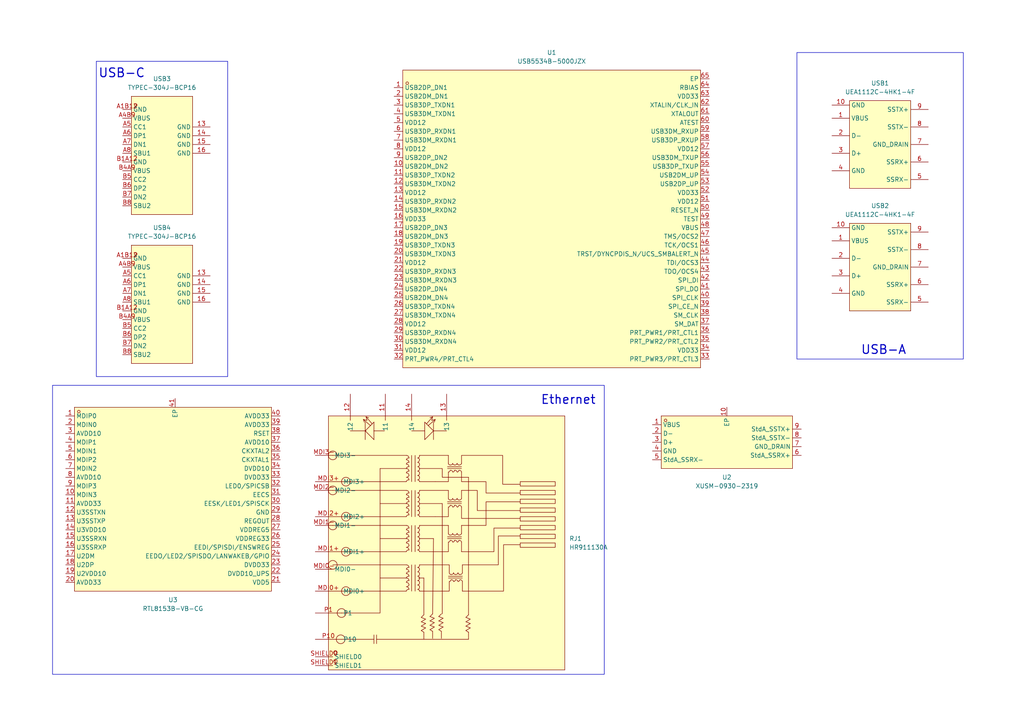
<source format=kicad_sch>
(kicad_sch (version 20231120) (generator "eeschema") (generator_version "8.0")
  (paper "A4")
  (lib_symbols
    (symbol "easyeda2kicad:HR911130A"
      (property "Reference" "RJ" (at 0 44.45 0))
      (property "Value" "HR911130A" (at 0 -44.45 0))
      (symbol "HR911130A_0_1"
        (rectangle (start -29.21 33.02) (end 39.37 -40.64) (fill (type background)))
        (circle (center -27.94 -10.16) (radius 1.27))
        (circle (center -27.94 1.27) (radius 1.27))
        (circle (center -27.94 11.43) (radius 1.27))
        (circle (center -27.94 21.59) (radius 1.27))
        (circle (center -27.18 -38.1) (radius 0.51))
        (circle (center -27.18 -35.56) (radius 0.51))
        (circle (center -25.65 -31.75) (radius 1.27))
        (circle (center -25.4 -24.13) (radius 1.27))
        (circle (center -24.13 -17.78) (radius 1.27))
        (circle (center -24.13 -6.35) (radius 1.27))
        (circle (center -24.13 3.81) (radius 1.27))
        (circle (center -24.13 13.97) (radius 1.27))
        (arc (start -6.6 -16.51) (mid -6.52 -16.5) (end -5.84 -16))
        (arc (start -6.6 -5.08) (mid -6.52 -5.07) (end -5.84 -4.57))
        (arc (start -6.6 5.08) (mid -6.52 5.09) (end -5.84 5.59))
        (arc (start -6.6 15.24) (mid -6.52 15.25) (end -5.84 15.75))
        (arc (start -5.84 -17.27) (mid -6.3259 -17.3672) (end -6.6 -17.78))
        (arc (start -5.84 -17.27) (mid -6.2 -16.62) (end -6.6 -16.51))
        (arc (start -5.84 -16) (mid -6.2 -15.35) (end -6.6 -15.24))
        (arc (start -5.84 -14.73) (mid -6.3259 -14.8272) (end -6.6 -15.24))
        (arc (start -5.84 -14.73) (mid -6.2 -14.08) (end -6.6 -13.97))
        (arc (start -5.84 -13.46) (mid -6.3259 -13.5572) (end -6.6 -13.97))
        (arc (start -5.84 -13.46) (mid -6.2 -12.81) (end -6.6 -12.7))
        (arc (start -5.84 -12.19) (mid -6.3259 -12.2872) (end -6.6 -12.7))
        (arc (start -5.84 -12.19) (mid -6.2 -11.54) (end -6.6 -11.43))
        (arc (start -5.84 -10.92) (mid -6.3259 -11.0172) (end -6.6 -11.43))
        (arc (start -5.84 -10.92) (mid -6.2 -10.27) (end -6.6 -10.16))
        (arc (start -5.84 -5.84) (mid -6.3259 -5.9372) (end -6.6 -6.35))
        (arc (start -5.84 -5.84) (mid -6.2 -5.19) (end -6.6 -5.08))
        (arc (start -5.84 -4.57) (mid -6.2 -3.92) (end -6.6 -3.81))
        (arc (start -5.84 -3.3) (mid -6.3259 -3.3972) (end -6.6 -3.81))
        (arc (start -5.84 -3.3) (mid -6.2 -2.65) (end -6.6 -2.54))
        (arc (start -5.84 -2.03) (mid -6.3259 -2.1272) (end -6.6 -2.54))
        (arc (start -5.84 -2.03) (mid -6.2 -1.38) (end -6.6 -1.27))
        (arc (start -5.84 -0.76) (mid -6.3259 -0.8572) (end -6.6 -1.27))
        (arc (start -5.84 -0.76) (mid -6.2 -0.11) (end -6.6 0))
        (arc (start -5.84 0.51) (mid -6.3259 0.4128) (end -6.6 0))
        (arc (start -5.84 0.51) (mid -6.2 1.16) (end -6.6 1.27))
        (arc (start -5.84 4.32) (mid -6.3259 4.2228) (end -6.6 3.81))
        (arc (start -5.84 4.32) (mid -6.2 4.97) (end -6.6 5.08))
        (arc (start -5.84 5.59) (mid -6.2 6.24) (end -6.6 6.35))
        (arc (start -5.84 6.86) (mid -6.3259 6.7628) (end -6.6 6.35))
        (arc (start -5.84 6.86) (mid -6.2 7.51) (end -6.6 7.62))
        (arc (start -5.84 8.13) (mid -6.3259 8.0328) (end -6.6 7.62))
        (arc (start -5.84 8.13) (mid -6.2 8.78) (end -6.6 8.89))
        (arc (start -5.84 9.4) (mid -6.3259 9.3028) (end -6.6 8.89))
        (arc (start -5.84 9.4) (mid -6.2 10.05) (end -6.6 10.16))
        (arc (start -5.84 10.67) (mid -6.3259 10.5728) (end -6.6 10.16))
        (arc (start -5.84 10.67) (mid -6.2 11.32) (end -6.6 11.43))
        (arc (start -5.84 14.48) (mid -6.3259 14.3828) (end -6.6 13.97))
        (arc (start -5.84 14.48) (mid -6.2 15.13) (end -6.6 15.24))
        (arc (start -5.84 15.75) (mid -6.2 16.4) (end -6.6 16.51))
        (arc (start -5.84 17.02) (mid -6.3259 16.9228) (end -6.6 16.51))
        (arc (start -5.84 17.02) (mid -6.2 17.67) (end -6.6 17.78))
        (arc (start -5.84 18.29) (mid -6.3259 18.1928) (end -6.6 17.78))
        (arc (start -5.84 18.29) (mid -6.2 18.94) (end -6.6 19.05))
        (arc (start -5.84 19.56) (mid -6.3259 19.4628) (end -6.6 19.05))
        (arc (start -5.84 19.56) (mid -6.2 20.21) (end -6.6 20.32))
        (arc (start -5.84 20.83) (mid -6.3259 20.7328) (end -6.6 20.32))
        (arc (start -5.84 20.83) (mid -6.2 21.48) (end -6.6 21.59))
        (arc (start -3.3 -17.27) (mid -2.8867 -16.9962) (end -2.79 -16.51))
        (arc (start -3.3 -16) (mid -2.8867 -15.7262) (end -2.79 -15.24))
        (arc (start -3.3 -14.73) (mid -2.8867 -14.4562) (end -2.79 -13.97))
        (arc (start -3.3 -13.46) (mid -2.8867 -13.1862) (end -2.79 -12.7))
        (arc (start -3.3 -12.19) (mid -2.9428 -11.8786) (end -2.79 -11.43))
        (arc (start -3.3 -10.92) (mid -2.8867 -10.6462) (end -2.79 -10.16))
        (arc (start -3.3 -5.84) (mid -2.8867 -5.5662) (end -2.79 -5.08))
        (arc (start -3.3 -4.57) (mid -2.8867 -4.2962) (end -2.79 -3.81))
        (arc (start -3.3 -3.3) (mid -2.8867 -3.0262) (end -2.79 -2.54))
        (arc (start -3.3 -2.03) (mid -2.8867 -1.7562) (end -2.79 -1.27))
        (arc (start -3.3 -0.76) (mid -2.9428 -0.4486) (end -2.79 0))
        (arc (start -3.3 0.51) (mid -2.8868 0.7838) (end -2.79 1.27))
        (arc (start -3.3 4.32) (mid -2.8868 4.5938) (end -2.79 5.08))
        (arc (start -3.3 5.59) (mid -2.8868 5.8638) (end -2.79 6.35))
        (arc (start -3.3 6.86) (mid -2.8868 7.1338) (end -2.79 7.62))
        (arc (start -3.3 8.13) (mid -2.8868 8.4038) (end -2.79 8.89))
        (arc (start -3.3 9.4) (mid -2.9428 9.7114) (end -2.79 10.16))
        (arc (start -3.3 10.67) (mid -2.8868 10.9438) (end -2.79 11.43))
        (arc (start -3.3 14.48) (mid -2.8868 14.7538) (end -2.79 15.24))
        (arc (start -3.3 15.75) (mid -2.8868 16.0238) (end -2.79 16.51))
        (arc (start -3.3 17.02) (mid -2.8868 17.2938) (end -2.79 17.78))
        (arc (start -3.3 18.29) (mid -2.8868 18.5638) (end -2.79 19.05))
        (arc (start -3.3 19.56) (mid -2.9428 19.8714) (end -2.79 20.32))
        (arc (start -3.3 20.83) (mid -2.8868 21.1038) (end -2.79 21.59))
        (arc (start -2.79 -17.78) (mid -2.9384 -17.4184) (end -3.3 -17.27))
        (arc (start -2.79 -16.51) (mid -2.9384 -16.1484) (end -3.3 -16))
        (arc (start -2.79 -15.24) (mid -2.9384 -14.8784) (end -3.3 -14.73))
        (arc (start -2.79 -13.97) (mid -2.9384 -13.6084) (end -3.3 -13.46))
        (arc (start -2.79 -12.7) (mid -2.9384 -12.3384) (end -3.3 -12.19))
        (arc (start -2.79 -11.43) (mid -2.9384 -11.0684) (end -3.3 -10.92))
        (arc (start -2.79 -6.35) (mid -2.9384 -5.9884) (end -3.3 -5.84))
        (arc (start -2.79 -5.08) (mid -2.9384 -4.7184) (end -3.3 -4.57))
        (arc (start -2.79 -3.81) (mid -2.9384 -3.4484) (end -3.3 -3.3))
        (arc (start -2.79 -2.54) (mid -2.9384 -2.1784) (end -3.3 -2.03))
        (arc (start -2.79 -1.27) (mid -2.9384 -0.9084) (end -3.3 -0.76))
        (arc (start -2.79 0) (mid -2.9385 0.3615) (end -3.3 0.51))
        (arc (start -2.79 3.81) (mid -2.9384 4.1716) (end -3.3 4.32))
        (arc (start -2.79 5.08) (mid -2.9384 5.4416) (end -3.3 5.59))
        (arc (start -2.79 6.35) (mid -2.9384 6.7116) (end -3.3 6.86))
        (arc (start -2.79 7.62) (mid -2.9384 7.9816) (end -3.3 8.13))
        (arc (start -2.79 8.89) (mid -2.9384 9.2516) (end -3.3 9.4))
        (arc (start -2.79 10.16) (mid -2.9384 10.5216) (end -3.3 10.67))
        (arc (start -2.79 13.97) (mid -2.9384 14.3316) (end -3.3 14.48))
        (arc (start -2.79 15.24) (mid -2.9384 15.6016) (end -3.3 15.75))
        (arc (start -2.79 16.51) (mid -2.9384 16.8716) (end -3.3 17.02))
        (arc (start -2.79 17.78) (mid -2.9384 18.1416) (end -3.3 18.29))
        (arc (start -2.79 19.05) (mid -2.9384 19.4116) (end -3.3 19.56))
        (arc (start -2.79 20.32) (mid -2.9384 20.6816) (end -3.3 20.83))
        (polyline (pts (xy -19.05 32) (xy -18.8 31.24)))
        (polyline (pts (xy -19.05 32) (xy -18.03 31.75)))
        (polyline (pts (xy -18.54 28.7) (xy -18.54 26.16)))
        (polyline (pts (xy -18.54 28.7) (xy -17.02 30.23)))
        (polyline (pts (xy -18.54 31.24) (xy -18.54 28.7)))
        (polyline (pts (xy -18.29 28.7) (xy -22.86 28.7)))
        (polyline (pts (xy -18.29 32.77) (xy -18.03 31.75)))
        (polyline (pts (xy -18.29 32.77) (xy -17.53 32.51)))
        (polyline (pts (xy -17.02 30.23) (xy -19.05 32)))
        (polyline (pts (xy -17.02 30.23) (xy -16.51 30.73)))
        (polyline (pts (xy -16.51 30.73) (xy -18.29 32.77)))
        (polyline (pts (xy -16.51 30.73) (xy -16 31.24)))
        (polyline (pts (xy -16 -31.75) (xy -25.4 -31.75)))
        (polyline (pts (xy -16 -30.48) (xy -16 -33.02)))
        (polyline (pts (xy -16 26.16) (xy -18.54 28.7)))
        (polyline (pts (xy -16 28.7) (xy -16 26.16)))
        (polyline (pts (xy -16 28.7) (xy -12.95 28.7)))
        (polyline (pts (xy -16 31.24) (xy -16 28.7)))
        (polyline (pts (xy -15.24 -30.48) (xy -15.24 -33.02)))
        (polyline (pts (xy -6.6 -17.78) (xy -25.4 -17.78)))
        (polyline (pts (xy -6.6 -13.97) (xy -14.22 -13.97)))
        (polyline (pts (xy -6.6 -10.16) (xy -27.94 -10.16)))
        (polyline (pts (xy -6.6 -6.35) (xy -25.4 -6.35)))
        (polyline (pts (xy -6.6 -2.54) (xy -14.22 -2.54)))
        (polyline (pts (xy -6.6 1.27) (xy -27.94 1.27)))
        (polyline (pts (xy -6.6 3.81) (xy -25.4 3.81)))
        (polyline (pts (xy -6.6 7.62) (xy -14.22 7.62)))
        (polyline (pts (xy -6.6 11.43) (xy -27.94 11.43)))
        (polyline (pts (xy -6.6 13.97) (xy -25.4 13.97)))
        (polyline (pts (xy -6.6 17.78) (xy -14.22 17.78)))
        (polyline (pts (xy -6.6 21.59) (xy -27.94 21.59)))
        (polyline (pts (xy -5.08 -10.16) (xy -5.08 -17.78)))
        (polyline (pts (xy -5.08 1.27) (xy -5.08 -6.35)))
        (polyline (pts (xy -5.08 11.43) (xy -5.08 3.81)))
        (polyline (pts (xy -5.08 21.59) (xy -5.08 13.97)))
        (polyline (pts (xy -4.06 -10.16) (xy -4.06 -17.78)))
        (polyline (pts (xy -4.06 1.27) (xy -4.06 -6.35)))
        (polyline (pts (xy -4.06 11.43) (xy -4.06 3.81)))
        (polyline (pts (xy -4.06 21.59) (xy -4.06 13.97)))
        (polyline (pts (xy -3.05 -13.97) (xy -1.52 -13.97)))
        (polyline (pts (xy -2.79 -6.35) (xy 1.78 -6.35)))
        (polyline (pts (xy -2.79 -2.54) (xy 1.27 -2.54)))
        (polyline (pts (xy -2.79 3.81) (xy 1.78 3.81)))
        (polyline (pts (xy -2.79 7.62) (xy 3.81 7.62)))
        (polyline (pts (xy -2.79 13.97) (xy 1.78 13.97)))
        (polyline (pts (xy -2.29 -29.21) (xy -1.52 -29.72)))
        (polyline (pts (xy -2.29 -27.94) (xy -1.02 -28.45)))
        (polyline (pts (xy -2.29 -26.67) (xy -1.02 -27.18)))
        (polyline (pts (xy -2.29 -25.4) (xy -1.02 -25.91)))
        (polyline (pts (xy -1.52 -31.75) (xy -15.24 -31.75)))
        (polyline (pts (xy -1.52 -29.72) (xy -1.52 -31.75)))
        (polyline (pts (xy -1.52 -24.64) (xy -2.29 -25.4)))
        (polyline (pts (xy -1.52 -13.97) (xy -1.52 -24.64)))
        (polyline (pts (xy -1.27 26.16) (xy 1.27 28.7)))
        (polyline (pts (xy -1.27 28.7) (xy -5.08 28.7)))
        (polyline (pts (xy -1.27 28.7) (xy -1.27 26.16)))
        (polyline (pts (xy -1.27 31.24) (xy -1.27 28.7)))
        (polyline (pts (xy -1.02 -28.45) (xy -2.29 -29.21)))
        (polyline (pts (xy -1.02 -27.18) (xy -2.29 -27.94)))
        (polyline (pts (xy -1.02 -25.91) (xy -2.29 -26.67)))
        (polyline (pts (xy -0.76 30.73) (xy -1.27 31.24)))
        (polyline (pts (xy -0.76 30.73) (xy 1.02 32.77)))
        (polyline (pts (xy -0.25 30.23) (xy -0.76 30.73)))
        (polyline (pts (xy -0.25 30.23) (xy 1.78 32)))
        (polyline (pts (xy 0.25 -28.96) (xy 1.02 -29.46)))
        (polyline (pts (xy 0.25 -27.69) (xy 1.52 -28.19)))
        (polyline (pts (xy 0.25 -26.42) (xy 1.52 -26.92)))
        (polyline (pts (xy 0.25 -25.15) (xy 1.52 -25.65)))
        (polyline (pts (xy 1.02 -29.46) (xy 1.02 -31.5)))
        (polyline (pts (xy 1.02 -24.38) (xy 0.25 -25.15)))
        (polyline (pts (xy 1.02 32.77) (xy 0.25 32.51)))
        (polyline (pts (xy 1.02 32.77) (xy 0.76 31.75)))
        (polyline (pts (xy 1.27 -31.75) (xy -1.52 -31.75)))
        (polyline (pts (xy 1.27 -2.54) (xy 1.02 -24.38)))
        (polyline (pts (xy 1.27 28.7) (xy -0.25 30.23)))
        (polyline (pts (xy 1.27 28.7) (xy 1.27 26.16)))
        (polyline (pts (xy 1.27 28.7) (xy 5.08 28.7)))
        (polyline (pts (xy 1.27 31.24) (xy 1.27 28.7)))
        (polyline (pts (xy 1.52 -28.19) (xy 0.25 -28.96)))
        (polyline (pts (xy 1.52 -26.92) (xy 0.25 -27.69)))
        (polyline (pts (xy 1.52 -25.65) (xy 0.25 -26.42)))
        (polyline (pts (xy 1.78 32) (xy 0.76 31.75)))
        (polyline (pts (xy 1.78 32) (xy 1.52 31.24)))
        (polyline (pts (xy 2.79 -28.96) (xy 3.56 -29.46)))
        (polyline (pts (xy 2.79 -27.69) (xy 4.06 -28.19)))
        (polyline (pts (xy 2.79 -26.42) (xy 4.06 -26.92)))
        (polyline (pts (xy 2.79 -25.15) (xy 4.06 -25.65)))
        (polyline (pts (xy 3.56 -29.46) (xy 3.56 -31.5)))
        (polyline (pts (xy 3.56 -24.38) (xy 2.79 -25.15)))
        (polyline (pts (xy 3.81 -31.75) (xy 1.27 -31.75)))
        (polyline (pts (xy 3.81 7.62) (xy 3.81 -24.38)))
        (polyline (pts (xy 4.06 -28.19) (xy 2.79 -28.96)))
        (polyline (pts (xy 4.06 -26.92) (xy 2.79 -27.69)))
        (polyline (pts (xy 4.06 -25.65) (xy 2.79 -26.42)))
        (polyline (pts (xy 5.33 -2.54) (xy 9.4 -2.54)))
        (polyline (pts (xy 5.33 -2.03) (xy 9.4 -2.03)))
        (polyline (pts (xy 5.33 7.62) (xy 9.4 7.62)))
        (polyline (pts (xy 5.33 8.13) (xy 9.4 8.13)))
        (polyline (pts (xy 5.33 17.78) (xy 9.4 17.78)))
        (polyline (pts (xy 5.33 18.29) (xy 9.4 18.29)))
        (polyline (pts (xy 5.59 -13.97) (xy 9.65 -13.97)))
        (polyline (pts (xy 5.59 -13.46) (xy 9.65 -13.46)))
        (polyline (pts (xy 5.59 -1.02) (xy 5.59 1.27)))
        (polyline (pts (xy 5.59 1.27) (xy -2.79 1.27)))
        (polyline (pts (xy 5.59 9.14) (xy 5.59 11.43)))
        (polyline (pts (xy 5.59 11.43) (xy -2.79 11.43)))
        (polyline (pts (xy 5.59 19.3) (xy 5.59 21.59)))
        (polyline (pts (xy 5.59 21.59) (xy -2.79 21.59)))
        (polyline (pts (xy 5.84 -12.45) (xy 5.84 -10.16)))
        (polyline (pts (xy 5.84 -10.16) (xy -2.79 -10.16)))
        (polyline (pts (xy 9.4 -3.56) (xy 9.4 -6.35)))
        (polyline (pts (xy 9.4 1.27) (xy 9.4 -1.02)))
        (polyline (pts (xy 9.4 11.43) (xy 9.4 9.14)))
        (polyline (pts (xy 9.65 -14.99) (xy 9.65 -17.78)))
        (polyline (pts (xy 9.65 -10.16) (xy 9.65 -12.45)))
        (polyline (pts (xy 10.67 -29.21) (xy 11.43 -29.72)))
        (polyline (pts (xy 10.67 -27.94) (xy 11.94 -28.45)))
        (polyline (pts (xy 10.67 -26.67) (xy 11.94 -27.18)))
        (polyline (pts (xy 10.67 -25.4) (xy 11.94 -25.91)))
        (polyline (pts (xy 11.43 -31.75) (xy 3.81 -31.75)))
        (polyline (pts (xy 11.43 -29.72) (xy 11.43 -31.75)))
        (polyline (pts (xy 11.43 -24.64) (xy 10.67 -25.4)))
        (polyline (pts (xy 11.43 15.24) (xy 11.43 -24.64)))
        (polyline (pts (xy 11.94 -28.45) (xy 10.67 -29.21)))
        (polyline (pts (xy 11.94 -27.18) (xy 10.67 -27.94)))
        (polyline (pts (xy 11.94 -25.91) (xy 10.67 -26.67)))
        (polyline (pts (xy -14.22 17.78) (xy -14.22 -24.13) (xy -25.4 -24.13)))
        (polyline (pts (xy -2.79 -17.78) (xy 5.84 -17.78) (xy 5.84 -14.99)))
        (polyline (pts (xy 1.78 -6.35) (xy 5.59 -6.35) (xy 5.59 -3.56)))
        (polyline (pts (xy 1.78 3.81) (xy 5.59 3.81) (xy 5.59 6.6)))
        (polyline (pts (xy 1.78 13.97) (xy 5.59 13.97) (xy 5.59 16.76)))
        (polyline (pts (xy 9.4 6.6) (xy 9.4 3.3) (xy 26.42 3.3)))
        (polyline (pts (xy -2.79 17.78) (xy 3.81 17.78) (xy 3.81 15.24) (xy 11.43 15.24)))
        (polyline (pts (xy 9.4 11.43) (xy 13.97 11.43) (xy 13.97 5.59) (xy 26.42 5.59)))
        (polyline (pts (xy 26.42 -4.32) (xy 21.59 -4.32) (xy 21.59 -17.78) (xy 9.65 -17.78)))
        (polyline (pts (xy 26.42 -1.78) (xy 20.07 -1.78) (xy 20.07 -10.16) (xy 9.65 -10.16)))
        (polyline (pts (xy 26.42 0.51) (xy 18.8 0.51) (xy 18.8 -6.35) (xy 9.4 -6.35)))
        (polyline (pts (xy 26.42 8.13) (xy 16.51 8.13) (xy 16.51 1.27) (xy 9.4 1.27)))
        (polyline (pts (xy 9.4 16.76) (xy 9.4 13.97) (xy 16.51 13.97) (xy 16.51 10.67) (xy 26.42 10.67)))
        (polyline (pts (xy 26.42 13.21) (xy 21.34 13.21) (xy 21.34 21.59) (xy 9.4 21.59) (xy 9.4 19.3)))
        (arc (start 5.59 -3.56) (mid 5.9506 -3.4106) (end 6.1 -3.05))
        (arc (start 5.59 -1.02) (mid 5.7429 -1.3742) (end 6.1 -1.52))
        (arc (start 5.59 6.6) (mid 5.9506 6.7494) (end 6.1 7.11))
        (arc (start 5.59 9.14) (mid 5.7429 8.7858) (end 6.1 8.64))
        (arc (start 5.59 16.76) (mid 5.9506 16.9094) (end 6.1 17.27))
        (arc (start 5.59 19.3) (mid 5.7429 18.9458) (end 6.1 18.8))
        (arc (start 5.84 -14.99) (mid 6.1977 -14.8377) (end 6.35 -14.48))
        (arc (start 5.84 -12.45) (mid 5.9956 -12.8015) (end 6.35 -12.95))
        (arc (start 6.1 -1.52) (mid 6.5854 -1.4301) (end 6.86 -1.02))
        (arc (start 6.1 8.64) (mid 6.5854 8.7299) (end 6.86 9.14))
        (arc (start 6.1 18.8) (mid 6.5854 18.8899) (end 6.86 19.3))
        (arc (start 6.35 -12.95) (mid 6.8354 -12.8601) (end 7.11 -12.45))
        (arc (start 6.86 -3.56) (mid 6.57 -3.14) (end 6.1 -3.05))
        (arc (start 6.86 -3.56) (mid 7.2206 -3.4106) (end 7.37 -3.05))
        (arc (start 6.86 -1.02) (mid 7.0129 -1.3742) (end 7.37 -1.52))
        (arc (start 6.86 6.6) (mid 6.57 7.02) (end 6.1 7.11))
        (arc (start 6.86 6.6) (mid 7.2206 6.7494) (end 7.37 7.11))
        (arc (start 6.86 9.14) (mid 7.0129 8.7858) (end 7.37 8.64))
        (arc (start 6.86 16.76) (mid 6.57 17.18) (end 6.1 17.27))
        (arc (start 6.86 16.76) (mid 7.2206 16.9094) (end 7.37 17.27))
        (arc (start 6.86 19.3) (mid 7.0129 18.9458) (end 7.37 18.8))
        (arc (start 7.11 -14.99) (mid 6.82 -14.57) (end 6.35 -14.48))
        (arc (start 7.11 -14.99) (mid 7.4678 -14.8378) (end 7.62 -14.48))
        (arc (start 7.11 -12.45) (mid 7.2656 -12.8015) (end 7.62 -12.95))
        (arc (start 7.37 -1.52) (mid 7.8554 -1.4301) (end 8.13 -1.02))
        (arc (start 7.37 8.64) (mid 7.8554 8.7299) (end 8.13 9.14))
        (arc (start 7.37 18.8) (mid 7.8554 18.8899) (end 8.13 19.3))
        (arc (start 7.62 -12.95) (mid 8.1054 -12.8601) (end 8.38 -12.45))
        (arc (start 8.13 -3.56) (mid 7.84 -3.14) (end 7.37 -3.05))
        (arc (start 8.13 -3.56) (mid 8.4906 -3.4106) (end 8.64 -3.05))
        (arc (start 8.13 -1.02) (mid 8.2829 -1.3742) (end 8.64 -1.52))
        (arc (start 8.13 6.6) (mid 7.84 7.02) (end 7.37 7.11))
        (arc (start 8.13 6.6) (mid 8.4906 6.7494) (end 8.64 7.11))
        (arc (start 8.13 9.14) (mid 8.2829 8.7858) (end 8.64 8.64))
        (arc (start 8.13 16.76) (mid 7.84 17.18) (end 7.37 17.27))
        (arc (start 8.13 16.76) (mid 8.4906 16.9094) (end 8.64 17.27))
        (arc (start 8.13 19.3) (mid 8.2829 18.9458) (end 8.64 18.8))
        (arc (start 8.38 -14.99) (mid 8.09 -14.57) (end 7.62 -14.48))
        (arc (start 8.38 -14.99) (mid 8.7378 -14.8378) (end 8.89 -14.48))
        (arc (start 8.38 -12.45) (mid 8.5356 -12.8015) (end 8.89 -12.95))
        (arc (start 8.64 -1.52) (mid 9.1254 -1.4301) (end 9.4 -1.02))
        (arc (start 8.64 8.64) (mid 9.1254 8.7299) (end 9.4 9.14))
        (arc (start 8.64 18.8) (mid 9.1254 18.8899) (end 9.4 19.3))
        (arc (start 8.89 -12.95) (mid 9.3754 -12.8601) (end 9.65 -12.45))
        (arc (start 9.4 -3.56) (mid 9.11 -3.14) (end 8.64 -3.05))
        (arc (start 9.4 6.6) (mid 9.11 7.02) (end 8.64 7.11))
        (arc (start 9.4 16.76) (mid 9.11 17.18) (end 8.64 17.27))
        (arc (start 9.65 -14.99) (mid 9.36 -14.57) (end 8.89 -14.48))
        (rectangle (start 26.42 -3.81) (end 36.58 -5.08) (fill (type background)))
        (rectangle (start 26.42 -1.27) (end 36.58 -2.54) (fill (type background)))
        (rectangle (start 26.42 1.27) (end 36.58 0) (fill (type background)))
        (rectangle (start 26.42 3.81) (end 36.58 2.54) (fill (type background)))
        (rectangle (start 26.42 6.35) (end 36.58 5.08) (fill (type background)))
        (rectangle (start 26.42 8.89) (end 36.58 7.62) (fill (type background)))
        (rectangle (start 26.42 11.43) (end 36.58 10.16) (fill (type background)))
        (rectangle (start 26.42 13.97) (end 36.58 12.7) (fill (type background)))
        (pin unspecified line (at -12.7 39.37 270) (length 7.62) (name "11") (number "11"))
        (pin unspecified line (at -22.86 39.37 270) (length 7.62) (name "12") (number "12"))
        (pin unspecified line (at 5.08 39.37 270) (length 7.62) (name "13") (number "13"))
        (pin unspecified line (at -5.08 39.37 270) (length 7.62) (name "14") (number "14"))
        (pin unspecified line (at -33.02 -17.78 0) (length 7.62) (name "MDI0+") (number "MDI0+"))
        (pin unspecified line (at -33.02 -11.43 0) (length 5.08) (name "MDI0-") (number "MDI0-"))
        (pin unspecified line (at -33.02 -6.35 0) (length 7.62) (name "MDI1+") (number "MDI1+"))
        (pin unspecified line (at -33.02 1.27 0) (length 5.08) (name "MDI1-") (number "MDI1-"))
        (pin unspecified line (at -33.02 3.81 0) (length 7.62) (name "MDI2+") (number "MDI2+"))
        (pin unspecified line (at -33.02 11.43 0) (length 5.08) (name "MDI2-") (number "MDI2-"))
        (pin unspecified line (at -33.02 13.97 0) (length 7.62) (name "MDI3+") (number "MDI3+"))
        (pin unspecified line (at -33.02 21.59 0) (length 5.08) (name "MDI3-") (number "MDI3-"))
        (pin unspecified line (at -33.02 -24.13 0) (length 7.62) (name "P1") (number "P1"))
        (pin unspecified line (at -33.02 -31.75 0) (length 7.62) (name "P10") (number "P10"))
        (pin unspecified line (at -33.02 -36.83 0) (length 5.08) (name "SHIELD0") (number "SHIELD0"))
        (pin unspecified line (at -33.02 -39.37 0) (length 5.08) (name "SHIELD1") (number "SHIELD1"))
      )
    )
    (symbol "easyeda2kicad:RTL8153B-VB-CG"
      (property "Reference" "U" (at 0 34.29 0))
      (property "Value" "RTL8153B-VB-CG" (at 0 -29.21 0))
      (symbol "RTL8153B-VB-CG_0_1"
        (rectangle (start -29.21 26.67) (end 27.94 -26.67) (fill (type background)))
        (circle (center -27.94 25.4) (radius 0.38))
        (pin unspecified line (at -31.75 24.13 0) (length 2.54) (name "MDIP0") (number "1"))
        (pin unspecified line (at -31.75 1.27 0) (length 2.54) (name "MDIN3") (number "10"))
        (pin unspecified line (at -31.75 -1.27 0) (length 2.54) (name "AVDD33") (number "11"))
        (pin unspecified line (at -31.75 -3.81 0) (length 2.54) (name "U3SSTXN") (number "12"))
        (pin unspecified line (at -31.75 -6.35 0) (length 2.54) (name "U3SSTXP") (number "13"))
        (pin unspecified line (at -31.75 -8.89 0) (length 2.54) (name "U3VDD10") (number "14"))
        (pin unspecified line (at -31.75 -11.43 0) (length 2.54) (name "U3SSRXN") (number "15"))
        (pin unspecified line (at -31.75 -13.97 0) (length 2.54) (name "U3SSRXP") (number "16"))
        (pin unspecified line (at -31.75 -16.51 0) (length 2.54) (name "U2DM") (number "17"))
        (pin unspecified line (at -31.75 -19.05 0) (length 2.54) (name "U2DP") (number "18"))
        (pin unspecified line (at -31.75 -21.59 0) (length 2.54) (name "U2VDD10") (number "19"))
        (pin unspecified line (at -31.75 21.59 0) (length 2.54) (name "MDIN0") (number "2"))
        (pin unspecified line (at -31.75 -24.13 0) (length 2.54) (name "AVDD33") (number "20"))
        (pin unspecified line (at 30.48 -24.13 180) (length 2.54) (name "VDD5") (number "21"))
        (pin unspecified line (at 30.48 -21.59 180) (length 2.54) (name "DVDD10_UPS") (number "22"))
        (pin unspecified line (at 30.48 -19.05 180) (length 2.54) (name "DVDD33") (number "23"))
        (pin unspecified line (at 30.48 -16.51 180) (length 2.54) (name "EEDO/LED2/SPISDO/LANWAKEB/GPIO") (number "24"))
        (pin unspecified line (at 30.48 -13.97 180) (length 2.54) (name "EEDI/SPISDI/ENSWREG") (number "25"))
        (pin unspecified line (at 30.48 -11.43 180) (length 2.54) (name "VDDREG33") (number "26"))
        (pin unspecified line (at 30.48 -8.89 180) (length 2.54) (name "VDDREG5") (number "27"))
        (pin unspecified line (at 30.48 -6.35 180) (length 2.54) (name "REGOUT") (number "28"))
        (pin unspecified line (at 30.48 -3.81 180) (length 2.54) (name "GND") (number "29"))
        (pin unspecified line (at -31.75 19.05 0) (length 2.54) (name "AVDD10") (number "3"))
        (pin unspecified line (at 30.48 -1.27 180) (length 2.54) (name "EESK/LED1/SPISCK") (number "30"))
        (pin unspecified line (at 30.48 1.27 180) (length 2.54) (name "EECS") (number "31"))
        (pin unspecified line (at 30.48 3.81 180) (length 2.54) (name "LED0/SPICSB") (number "32"))
        (pin unspecified line (at 30.48 6.35 180) (length 2.54) (name "DVDD33") (number "33"))
        (pin unspecified line (at 30.48 8.89 180) (length 2.54) (name "DVDD10") (number "34"))
        (pin unspecified line (at 30.48 11.43 180) (length 2.54) (name "CKXTAL1") (number "35"))
        (pin unspecified line (at 30.48 13.97 180) (length 2.54) (name "CKXTAL2") (number "36"))
        (pin unspecified line (at 30.48 16.51 180) (length 2.54) (name "AVDD10") (number "37"))
        (pin unspecified line (at 30.48 19.05 180) (length 2.54) (name "RSET") (number "38"))
        (pin unspecified line (at 30.48 21.59 180) (length 2.54) (name "AVDD33") (number "39"))
        (pin unspecified line (at -31.75 16.51 0) (length 2.54) (name "MDIP1") (number "4"))
        (pin unspecified line (at 30.48 24.13 180) (length 2.54) (name "AVDD33") (number "40"))
        (pin unspecified line (at 0 29.21 270) (length 2.54) (name "EP") (number "41"))
        (pin unspecified line (at -31.75 13.97 0) (length 2.54) (name "MDIN1") (number "5"))
        (pin unspecified line (at -31.75 11.43 0) (length 2.54) (name "MDIP2") (number "6"))
        (pin unspecified line (at -31.75 8.89 0) (length 2.54) (name "MDIN2") (number "7"))
        (pin unspecified line (at -31.75 6.35 0) (length 2.54) (name "AVDD10") (number "8"))
        (pin unspecified line (at -31.75 3.81 0) (length 2.54) (name "MDIP3") (number "9"))
      )
    )
    (symbol "easyeda2kicad:TYPEC-304J-BCP16"
      (property "Reference" "USB" (at 0 17.78 0))
      (property "Value" "TYPEC-304J-BCP16" (at 0 -20.32 0))
      (symbol "TYPEC-304J-BCP16_0_1"
        (rectangle (start -10.16 16.51) (end 7.62 -17.78) (fill (type background)))
        (circle (center -8.89 13.97) (radius 0.38))
        (pin unspecified line (at 12.7 7.62 180) (length 5.08) (name "GND") (number "13"))
        (pin unspecified line (at 12.7 5.08 180) (length 5.08) (name "GND") (number "14"))
        (pin unspecified line (at 12.7 2.54 180) (length 5.08) (name "GND") (number "15"))
        (pin unspecified line (at 12.7 0 180) (length 5.08) (name "GND") (number "16"))
        (pin unspecified line (at -12.7 12.7 0) (length 2.54) (name "GND") (number "A1B12"))
        (pin unspecified line (at -12.7 10.16 0) (length 2.54) (name "VBUS") (number "A4B9"))
        (pin unspecified line (at -12.7 7.62 0) (length 2.54) (name "CC1") (number "A5"))
        (pin unspecified line (at -12.7 5.08 0) (length 2.54) (name "DP1") (number "A6"))
        (pin unspecified line (at -12.7 2.54 0) (length 2.54) (name "DN1") (number "A7"))
        (pin unspecified line (at -12.7 0 0) (length 2.54) (name "SBU1") (number "A8"))
        (pin unspecified line (at -12.7 -2.54 0) (length 2.54) (name "GND") (number "B1A12"))
        (pin unspecified line (at -12.7 -5.08 0) (length 2.54) (name "VBUS") (number "B4A9"))
        (pin unspecified line (at -12.7 -7.62 0) (length 2.54) (name "CC2") (number "B5"))
        (pin unspecified line (at -12.7 -10.16 0) (length 2.54) (name "DP2") (number "B6"))
        (pin unspecified line (at -12.7 -12.7 0) (length 2.54) (name "DN2") (number "B7"))
        (pin unspecified line (at -12.7 -15.24 0) (length 2.54) (name "SBU2") (number "B8"))
      )
    )
    (symbol "easyeda2kicad:UEA1112C-4HK1-4F"
      (property "Reference" "USB" (at 0 19.05 0))
      (property "Value" "UEA1112C-4HK1-4F" (at 0 -19.05 0))
      (symbol "UEA1112C-4HK1-4F_0_1"
        (rectangle (start -10.16 8.89) (end 15.24 -8.89) (fill (type background)))
        (pin unspecified line (at -5.08 -13.97 90) (length 5.08) (name "VBUS") (number "1"))
        (pin unspecified line (at -8.89 -13.97 90) (length 5.08) (name "GND") (number "10"))
        (pin unspecified line (at 0 -13.97 90) (length 5.08) (name "D-") (number "2"))
        (pin unspecified line (at 5.08 -13.97 90) (length 5.08) (name "D+") (number "3"))
        (pin unspecified line (at 10.16 -13.97 90) (length 5.08) (name "GND") (number "4"))
        (pin unspecified line (at 12.7 13.97 270) (length 5.08) (name "SSRX-") (number "5"))
        (pin unspecified line (at 7.62 13.97 270) (length 5.08) (name "SSRX+") (number "6"))
        (pin unspecified line (at 2.54 13.97 270) (length 5.08) (name "GND_DRAIN") (number "7"))
        (pin unspecified line (at -2.54 13.97 270) (length 5.08) (name "SSTX-") (number "8"))
        (pin unspecified line (at -7.62 13.97 270) (length 5.08) (name "SSTX+") (number "9"))
      )
    )
    (symbol "easyeda2kicad:USB5534B-5000JZX"
      (property "Reference" "U" (at 0 45.72 0))
      (property "Value" "USB5534B-5000JZX" (at 0 -45.72 0))
      (symbol "USB5534B-5000JZX_0_1"
        (rectangle (start -43.18 43.18) (end 43.18 -43.18) (fill (type background)))
        (circle (center -41.91 39.37) (radius 0.38))
        (pin unspecified line (at -45.72 38.1 0) (length 2.54) (name "USB2DP_DN1") (number "1"))
        (pin unspecified line (at -45.72 15.24 0) (length 2.54) (name "USB2DM_DN2") (number "10"))
        (pin unspecified line (at -45.72 12.7 0) (length 2.54) (name "USB3DP_TXDN2") (number "11"))
        (pin unspecified line (at -45.72 10.16 0) (length 2.54) (name "USB3DM_TXDN2") (number "12"))
        (pin unspecified line (at -45.72 7.62 0) (length 2.54) (name "VDD12") (number "13"))
        (pin unspecified line (at -45.72 5.08 0) (length 2.54) (name "USB3DP_RXDN2") (number "14"))
        (pin unspecified line (at -45.72 2.54 0) (length 2.54) (name "USB3DM_RXDN2") (number "15"))
        (pin unspecified line (at -45.72 0 0) (length 2.54) (name "VDD33") (number "16"))
        (pin unspecified line (at -45.72 -2.54 0) (length 2.54) (name "USB2DP_DN3") (number "17"))
        (pin unspecified line (at -45.72 -5.08 0) (length 2.54) (name "USB2DM_DN3") (number "18"))
        (pin unspecified line (at -45.72 -7.62 0) (length 2.54) (name "USB3DP_TXDN3") (number "19"))
        (pin unspecified line (at -45.72 35.56 0) (length 2.54) (name "USB2DM_DN1") (number "2"))
        (pin unspecified line (at -45.72 -10.16 0) (length 2.54) (name "USB3DM_TXDN3") (number "20"))
        (pin unspecified line (at -45.72 -12.7 0) (length 2.54) (name "VDD12") (number "21"))
        (pin unspecified line (at -45.72 -15.24 0) (length 2.54) (name "USB3DP_RXDN3") (number "22"))
        (pin unspecified line (at -45.72 -17.78 0) (length 2.54) (name "USB3DM_RXDN3") (number "23"))
        (pin unspecified line (at -45.72 -20.32 0) (length 2.54) (name "USB2DP_DN4") (number "24"))
        (pin unspecified line (at -45.72 -22.86 0) (length 2.54) (name "USB2DM_DN4") (number "25"))
        (pin unspecified line (at -45.72 -25.4 0) (length 2.54) (name "USB3DP_TXDN4") (number "26"))
        (pin unspecified line (at -45.72 -27.94 0) (length 2.54) (name "USB3DM_TXDN4") (number "27"))
        (pin unspecified line (at -45.72 -30.48 0) (length 2.54) (name "VDD12") (number "28"))
        (pin unspecified line (at -45.72 -33.02 0) (length 2.54) (name "USB3DP_RXDN4") (number "29"))
        (pin unspecified line (at -45.72 33.02 0) (length 2.54) (name "USB3DP_TXDN1") (number "3"))
        (pin unspecified line (at -45.72 -35.56 0) (length 2.54) (name "USB3DM_RXDN4") (number "30"))
        (pin unspecified line (at -45.72 -38.1 0) (length 2.54) (name "VDD12") (number "31"))
        (pin unspecified line (at -45.72 -40.64 0) (length 2.54) (name "PRT_PWR4/PRT_CTL4") (number "32"))
        (pin unspecified line (at 45.72 -40.64 180) (length 2.54) (name "PRT_PWR3/PRT_CTL3") (number "33"))
        (pin unspecified line (at 45.72 -38.1 180) (length 2.54) (name "VDD33") (number "34"))
        (pin unspecified line (at 45.72 -35.56 180) (length 2.54) (name "PRT_PWR2/PRT_CTL2") (number "35"))
        (pin unspecified line (at 45.72 -33.02 180) (length 2.54) (name "PRT_PWR1/PRT_CTL1") (number "36"))
        (pin unspecified line (at 45.72 -30.48 180) (length 2.54) (name "SM_DAT") (number "37"))
        (pin unspecified line (at 45.72 -27.94 180) (length 2.54) (name "SM_CLK") (number "38"))
        (pin unspecified line (at 45.72 -25.4 180) (length 2.54) (name "SPI_CE_N") (number "39"))
        (pin unspecified line (at -45.72 30.48 0) (length 2.54) (name "USB3DM_TXDN1") (number "4"))
        (pin unspecified line (at 45.72 -22.86 180) (length 2.54) (name "SPI_CLK") (number "40"))
        (pin unspecified line (at 45.72 -20.32 180) (length 2.54) (name "SPI_DO") (number "41"))
        (pin unspecified line (at 45.72 -17.78 180) (length 2.54) (name "SPI_DI") (number "42"))
        (pin unspecified line (at 45.72 -15.24 180) (length 2.54) (name "TDO/OCS4") (number "43"))
        (pin unspecified line (at 45.72 -12.7 180) (length 2.54) (name "TDI/OCS3") (number "44"))
        (pin unspecified line (at 45.72 -10.16 180) (length 2.54) (name "TRST/DYNCPDIS_N/UCS_SMBALERT_N") (number "45"))
        (pin unspecified line (at 45.72 -7.62 180) (length 2.54) (name "TCK/OCS1") (number "46"))
        (pin unspecified line (at 45.72 -5.08 180) (length 2.54) (name "TMS/OCS2") (number "47"))
        (pin unspecified line (at 45.72 -2.54 180) (length 2.54) (name "VBUS") (number "48"))
        (pin unspecified line (at 45.72 0 180) (length 2.54) (name "TEST") (number "49"))
        (pin unspecified line (at -45.72 27.94 0) (length 2.54) (name "VDD12") (number "5"))
        (pin unspecified line (at 45.72 2.54 180) (length 2.54) (name "RESET_N") (number "50"))
        (pin unspecified line (at 45.72 5.08 180) (length 2.54) (name "VDD12") (number "51"))
        (pin unspecified line (at 45.72 7.62 180) (length 2.54) (name "VDD33") (number "52"))
        (pin unspecified line (at 45.72 10.16 180) (length 2.54) (name "USB2DP_UP") (number "53"))
        (pin unspecified line (at 45.72 12.7 180) (length 2.54) (name "USB2DM_UP") (number "54"))
        (pin unspecified line (at 45.72 15.24 180) (length 2.54) (name "USB3DP_TXUP") (number "55"))
        (pin unspecified line (at 45.72 17.78 180) (length 2.54) (name "USB3DM_TXUP") (number "56"))
        (pin unspecified line (at 45.72 20.32 180) (length 2.54) (name "VDD12") (number "57"))
        (pin unspecified line (at 45.72 22.86 180) (length 2.54) (name "USB3DP_RXUP") (number "58"))
        (pin unspecified line (at 45.72 25.4 180) (length 2.54) (name "USB3DM_RXUP") (number "59"))
        (pin unspecified line (at -45.72 25.4 0) (length 2.54) (name "USB3DP_RXDN1") (number "6"))
        (pin unspecified line (at 45.72 27.94 180) (length 2.54) (name "ATEST") (number "60"))
        (pin unspecified line (at 45.72 30.48 180) (length 2.54) (name "XTALOUT") (number "61"))
        (pin unspecified line (at 45.72 33.02 180) (length 2.54) (name "XTALIN/CLK_IN") (number "62"))
        (pin unspecified line (at 45.72 35.56 180) (length 2.54) (name "VDD33") (number "63"))
        (pin unspecified line (at 45.72 38.1 180) (length 2.54) (name "RBIAS") (number "64"))
        (pin unspecified line (at 45.72 40.64 180) (length 2.54) (name "EP") (number "65"))
        (pin unspecified line (at -45.72 22.86 0) (length 2.54) (name "USB3DM_RXDN1") (number "7"))
        (pin unspecified line (at -45.72 20.32 0) (length 2.54) (name "VDD12") (number "8"))
        (pin unspecified line (at -45.72 17.78 0) (length 2.54) (name "USB2DP_DN2") (number "9"))
      )
    )
    (symbol "easyeda2kicad:XUSM-0930-2319"
      (property "Reference" "U" (at 0 15.24 0))
      (property "Value" "XUSM-0930-2319" (at 0 -10.16 0))
      (symbol "XUSM-0930-2319_0_1"
        (rectangle (start -19.05 7.62) (end 19.05 -7.62) (fill (type background)))
        (circle (center -17.78 6.35) (radius 0.38))
        (pin unspecified line (at -21.59 5.08 0) (length 2.54) (name "VBUS") (number "1"))
        (pin unspecified line (at 0 10.16 270) (length 2.54) (name "EP") (number "10"))
        (pin unspecified line (at -21.59 2.54 0) (length 2.54) (name "D-") (number "2"))
        (pin unspecified line (at -21.59 0 0) (length 2.54) (name "D+") (number "3"))
        (pin unspecified line (at -21.59 -2.54 0) (length 2.54) (name "GND") (number "4"))
        (pin unspecified line (at -21.59 -5.08 0) (length 2.54) (name "StdA_SSRX-") (number "5"))
        (pin unspecified line (at 21.59 -3.81 180) (length 2.54) (name "StdA_SSRX+") (number "6"))
        (pin unspecified line (at 21.59 -1.27 180) (length 2.54) (name "GND_DRAIN") (number "7"))
        (pin unspecified line (at 21.59 1.27 180) (length 2.54) (name "StdA_SSTX-") (number "8"))
        (pin unspecified line (at 21.59 3.81 180) (length 2.54) (name "StdA_SSTX+") (number "9"))
      )
    )
  )
  (rectangle (start 27.94 17.78) (end 66.04 109.22))
  (rectangle (start 231.14 15.24) (end 279.4 104.14))
  (rectangle (start 15.24 111.76) (end 175.26 195.58))
  (text "USB-A" (at 256.286 101.6 0) (effects (font (size 2.54 2.54) (thickness 0.3175))))
  (text "Ethernet" (at 164.846 116.078 0) (effects (font (size 2.54 2.54) (thickness 0.3175))))
  (text "USB-C" (at 35.306 21.336 0) (effects (font (size 2.54 2.54) (thickness 0.3175))))
  (symbol (lib_id "easyeda2kicad:UEA1112C-4HK1-4F") (at 255.27 74.93 270) (unit 1)
    (property "Reference" "USB2" (at 255.27 59.69 90))
    (property "Value" "UEA1112C-4HK1-4F" (at 255.27 62.23 90))
    (property "Footprint" "easyeda2kicad:USB-3.0-TH_UEA1112C-4HK1-4H" (effects (hide yes)))
    (property "Datasheet" "https://lcsc.com/product-detail/USB-Connectors_FOXCONN-UEA1112C-4HK1-4F_C225737.html" (effects (hide yes)))
    (property "LCSC Part" "C225737" (effects (hide yes)))
  )
  (symbol (lib_id "easyeda2kicad:HR911130A") (at 124.46 153.67 0) (unit 1)
    (property "Reference" "RJ1" (at 165.1 156.2099 0) (effects (justify left)))
    (property "Value" "HR911130A" (at 165.1 158.7499 0) (effects (justify left)))
    (property "Footprint" "easyeda2kicad:RJ45-TH_HR911130A" (effects (hide yes)))
    (property "Datasheet" "https://lcsc.com/product-detail/RJ45_HR911130A_C54408.html" (effects (hide yes)))
    (property "LCSC Part" "C54408" (effects (hide yes)))
  )
  (symbol (lib_id "easyeda2kicad:RTL8153B-VB-CG") (at 50.8 144.78 0) (unit 1)
    (property "Reference" "U3" (at 50.165 173.99 0))
    (property "Value" "RTL8153B-VB-CG" (at 50.165 176.53 0))
    (property "Footprint" "easyeda2kicad:QFN-40_L5.0-W5.0-P0.40-BL-EP3.7" (effects (hide yes)))
    (property "LCSC Part" "C2802072" (effects (hide yes)))
  )
  (symbol (lib_id "easyeda2kicad:UEA1112C-4HK1-4F") (at 255.27 39.37 270) (unit 1)
    (property "Reference" "USB1" (at 255.27 24.13 90))
    (property "Value" "UEA1112C-4HK1-4F" (at 255.27 26.67 90))
    (property "Footprint" "easyeda2kicad:USB-3.0-TH_UEA1112C-4HK1-4H" (effects (hide yes)))
    (property "Datasheet" "https://lcsc.com/product-detail/USB-Connectors_FOXCONN-UEA1112C-4HK1-4F_C225737.html" (effects (hide yes)))
    (property "LCSC Part" "C225737" (effects (hide yes)))
  )
  (symbol (lib_id "easyeda2kicad:XUSM-0930-2319") (at 210.82 128.27 0) (unit 1)
    (property "Reference" "U2" (at 210.82 138.43 0))
    (property "Value" "XUSM-0930-2319" (at 210.82 140.97 0))
    (property "Footprint" "easyeda2kicad:USB-A-SMD_XUSM-0930-2319" (effects (hide yes)))
    (property "LCSC Part" "C7527682" (effects (hide yes)))
  )
  (symbol (lib_id "easyeda2kicad:USB5534B-5000JZX") (at 160.02 63.5 0) (unit 1)
    (property "Reference" "U1" (at 160.02 15.24 0))
    (property "Value" "USB5534B-5000JZX" (at 160.02 17.78 0))
    (property "Footprint" "easyeda2kicad:QFN-64_L9.0-W9.0-P0.50-TL-EP6.0" (effects (hide yes)))
    (property "LCSC Part" "C633614" (effects (hide yes)))
  )
  (symbol (lib_id "easyeda2kicad:TYPEC-304J-BCP16") (at 48.26 87.63 0) (unit 1)
    (property "Reference" "USB4" (at 46.99 66.04 0))
    (property "Value" "TYPEC-304J-BCP16" (at 46.99 68.58 0))
    (property "Footprint" "easyeda2kicad:USB-C-SMD_TYPEC-304J-BCP16" (effects (hide yes)))
    (property "LCSC Part" "C2835315" (effects (hide yes)))
  )
  (symbol (lib_id "easyeda2kicad:TYPEC-304J-BCP16") (at 48.26 44.45 0) (unit 1)
    (property "Reference" "USB3" (at 46.99 22.86 0))
    (property "Value" "TYPEC-304J-BCP16" (at 46.99 25.4 0))
    (property "Footprint" "easyeda2kicad:USB-C-SMD_TYPEC-304J-BCP16" (effects (hide yes)))
    (property "LCSC Part" "C2835315" (effects (hide yes)))
  )
)
</source>
